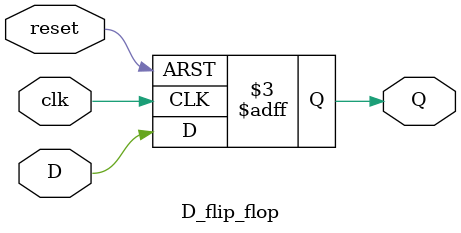
<source format=v>
`timescale 1ns / 1ps

module JK_flip_flop_D(Q,J,K,clk,reset);
	output Q;
	input J,K,reset,clk;
	wire DQ;
	assign DQ =(J&~Q)|(~K&Q);
	D_flip_flop D1(Q,DQ,clk,reset);

endmodule


module D_flip_flop(Q,D,clk,reset);
	output Q;
	input D,reset,clk;
	reg Q;
	
	always @(posedge clk,negedge reset)
		begin
		if(~reset)
			Q<=0;
		else
			Q<=D;
		end
endmodule

</source>
